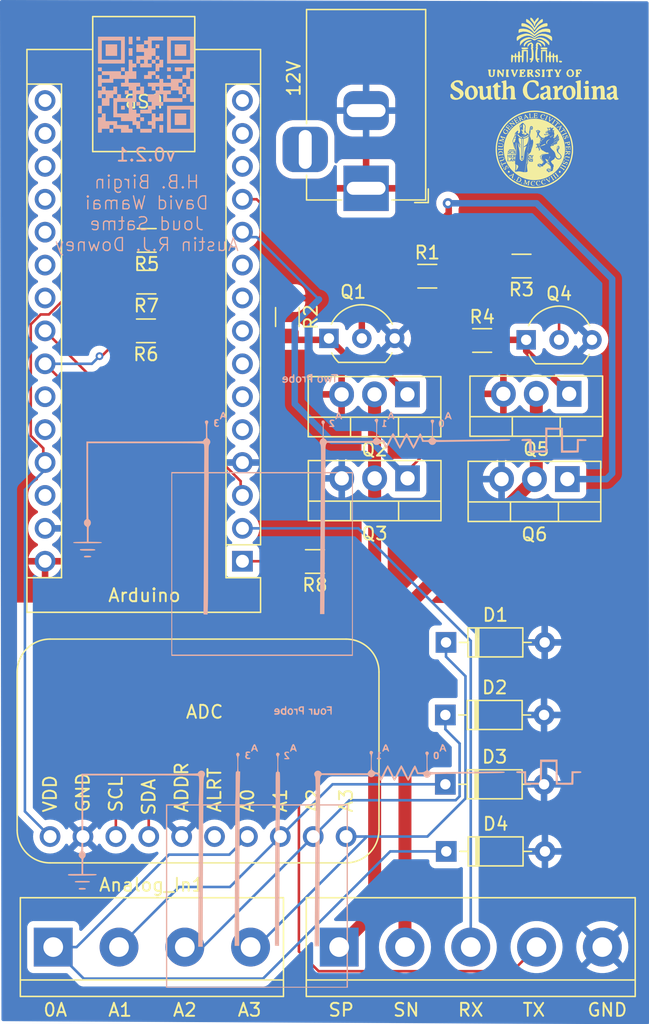
<source format=kicad_pcb>
(kicad_pcb (version 20221018) (generator pcbnew)
  (layers (0 "F.Cu" signal) (31 "B.Cu" signal) (34 "B.Paste" user) (35 "F.Paste" user) (36 "B.SilkS" user "B.Silkscreen") (37 "F.SilkS" user "F.Silkscreen") (38 "B.Mask" user) (39 "F.Mask" user) (44 "Edge.Cuts" user))
  (net 0 "")
  (net 1 "GND")
  (net 2 "VDD")
  (net 3 "AIN3")
  (net 4 "AIN2")
  (net 5 "AIN1")
  (net 6 "AIN0")
  (net 7 "VPP")
  (net 8 "TX")
  (net 9 "SP")
  (net 10 "SN")
  (net 11 "LOGIC2")
  (net 12 "LOGIC1")
  (net 13 "RX")
  (net 14 "Net-(Q1-C)")
  (net 15 "Net-(Q1-B)")
  (net 16 "Net-(Q4-C)")
  (net 17 "Net-(Q4-B)")
  (net 18 "Net-(Biphasic_Out1-Pin_4)")
  (net 39 "Net-(J3-Pin_4)")
  (net 40 "Net-(A1-~{RESET}-Pad3)")
  (net 41 "Net-(A1-SDA{slash}A4)")
  (net 42 "Net-(A1-SCL{slash}A5)")
  (footprint "Diode_THT:D_DO-35_SOD27_P7.62mm_Horizontal" (layer "F.Cu") (at 156.17 112.05)
    (fp_text reference "D1" (at 3.81 -2.12) (layer "F.SilkS"))
    (fp_text value "D_Zener" hide)
    (pad "1" thru_hole rect (at 0 0) (size 1.6 1.6) (drill 0.8) (layers "*.Cu" "*.Mask") (net 3 "AIN3"))
    (pad "2" thru_hole oval (at 7.62 0) (size 1.6 1.6) (drill 0.8) (layers "*.Cu" "*.Mask") (net 1 "GND"))
  )
  (footprint "Diode_THT:D_DO-35_SOD27_P7.62mm_Horizontal" (layer "F.Cu") (at 156.12 117.65)
    (fp_text reference "D2" (at 3.81 -2.12) (layer "F.SilkS"))
    (fp_text value "D_Zener" hide)
    (pad "1" thru_hole rect (at 0 0) (size 1.6 1.6) (drill 0.8) (layers "*.Cu" "*.Mask") (net 4 "AIN2"))
    (pad "2" thru_hole oval (at 7.62 0) (size 1.6 1.6) (drill 0.8) (layers "*.Cu" "*.Mask") (net 1 "GND"))
  )
  (footprint "Diode_THT:D_DO-35_SOD27_P7.62mm_Horizontal" (layer "F.Cu") (at 156.12 123)
    (fp_text reference "D3" (at 3.81 -2.12) (layer "F.SilkS"))
    (fp_text value "D_Zener" hide)
    (pad "1" thru_hole rect (at 0 0) (size 1.6 1.6) (drill 0.8) (layers "*.Cu" "*.Mask") (net 5 "AIN1"))
    (pad "2" thru_hole oval (at 7.62 0) (size 1.6 1.6) (drill 0.8) (layers "*.Cu" "*.Mask") (net 1 "GND"))
  )
  (footprint "Diode_THT:D_DO-35_SOD27_P7.62mm_Horizontal" (layer "F.Cu") (at 156.19 128.18)
    (fp_text reference "D4" (at 3.81 -2.12) (layer "F.SilkS"))
    (fp_text value "D_Zener" hide)
    (pad "1" thru_hole rect (at 0 0) (size 1.6 1.6) (drill 0.8) (layers "*.Cu" "*.Mask") (net 6 "AIN0"))
    (pad "2" thru_hole oval (at 7.62 0) (size 1.6 1.6) (drill 0.8) (layers "*.Cu" "*.Mask") (net 1 "GND"))
  )
  (footprint "Connector_BarrelJack:BarrelJack_Horizontal" (layer "F.Cu") (at 150 77 -90)
    (fp_text reference "J1" hide)
    (fp_text value "Barrel_Jack" hide)
    (pad "1" thru_hole rect (at 0 0 270) (size 3.5 3.5) (drill oval 1 3) (layers "*.Cu" "*.Mask") (net 7 "VPP"))
    (pad "2" thru_hole roundrect (at -6 0 270) (size 3 3.5) (drill oval 1 3) (layers "*.Cu" "*.Mask") (net 1 "GND"))
    (pad "3" thru_hole roundrect (at -3 4.7 270) (size 3.5 3.5) (drill oval 3 1) (layers "*.Cu" "*.Mask"))
  )
  (footprint "Package_TO_SOT_THT:TO-92_Inline_Wide" (layer "F.Cu") (at 147.13 88.585)
    (fp_text reference "Q1" (at 1.87 -3.585) (layer "F.SilkS"))
    (fp_text value "BC549" hide)
    (pad "1" thru_hole rect (at 0 0) (size 1.5 1.5) (drill 0.8) (layers "*.Cu" "*.Mask") (net 14 "Net-(Q1-C)"))
    (pad "2" thru_hole circle (at 2.54 0) (size 1.5 1.5) (drill 0.8) (layers "*.Cu" "*.Mask") (net 15 "Net-(Q1-B)"))
    (pad "3" thru_hole circle (at 5.08 0) (size 1.5 1.5) (drill 0.8) (layers "*.Cu" "*.Mask") (net 1 "GND"))
  )
  (footprint "Package_TO_SOT_THT:TO-220-3_Vertical" (layer "F.Cu") (at 153.19 92.905 180)
    (fp_text reference "Q2" (at 2.54 -4.27) (layer "F.SilkS"))
    (fp_text value "IRF9540N" hide)
    (pad "1" thru_hole rect (at 0 0 180) (size 1.905 2) (drill 1.1) (layers "*.Cu" "*.Mask") (net 14 "Net-(Q1-C)"))
    (pad "2" thru_hole oval (at 2.54 0 180) (size 1.905 2) (drill 1.1) (layers "*.Cu" "*.Mask") (net 9 "SP"))
    (pad "3" thru_hole oval (at 5.08 0 180) (size 1.905 2) (drill 1.1) (layers "*.Cu" "*.Mask") (net 7 "VPP"))
  )
  (footprint "Package_TO_SOT_THT:TO-220-3_Vertical" (layer "F.Cu") (at 153.2 99.385 180)
    (fp_text reference "Q3" (at 2.54 -4.27) (layer "F.SilkS"))
    (fp_text value "IRF540N" hide)
    (pad "1" thru_hole rect (at 0 0 180) (size 1.905 2) (drill 1.1) (layers "*.Cu" "*.Mask") (net 11 "LOGIC2"))
    (pad "2" thru_hole oval (at 2.54 0 180) (size 1.905 2) (drill 1.1) (layers "*.Cu" "*.Mask") (net 9 "SP"))
    (pad "3" thru_hole oval (at 5.08 0 180) (size 1.905 2) (drill 1.1) (layers "*.Cu" "*.Mask") (net 1 "GND"))
  )
  (footprint "Package_TO_SOT_THT:TO-92_Inline_Wide" (layer "F.Cu") (at 162.36 88.695)
    (fp_text reference "Q4" (at 2.54 -3.56) (layer "F.SilkS"))
    (fp_text value "BC549" hide)
    (pad "1" thru_hole rect (at 0 0) (size 1.5 1.5) (drill 0.8) (layers "*.Cu" "*.Mask") (net 16 "Net-(Q4-C)"))
    (pad "2" thru_hole circle (at 2.54 0) (size 1.5 1.5) (drill 0.8) (layers "*.Cu" "*.Mask") (net 17 "Net-(Q4-B)"))
    (pad "3" thru_hole circle (at 5.08 0) (size 1.5 1.5) (drill 0.8) (layers "*.Cu" "*.Mask") (net 1 "GND"))
  )
  (footprint "Package_TO_SOT_THT:TO-220-3_Vertical" (layer "F.Cu") (at 165.68 92.865 180)
    (fp_text reference "Q5" (at 2.54 -4.27) (layer "F.SilkS"))
    (fp_text value "IRF9540N" hide)
    (pad "1" thru_hole rect (at 0 0 180) (size 1.905 2) (drill 1.1) (layers "*.Cu" "*.Mask") (net 16 "Net-(Q4-C)"))
    (pad "2" thru_hole oval (at 2.54 0 180) (size 1.905 2) (drill 1.1) (layers "*.Cu" "*.Mask") (net 10 "SN"))
    (pad "3" thru_hole oval (at 5.08 0 180) (size 1.905 2) (drill 1.1) (layers "*.Cu" "*.Mask") (net 7 "VPP"))
  )
  (footprint "Package_TO_SOT_THT:TO-220-3_Vertical" (layer "F.Cu") (at 165.54 99.445 180)
    (fp_text reference "Q6" (at 2.54 -4.27) (layer "F.SilkS"))
    (fp_text value "IRF540N" hide)
    (pad "1" thru_hole rect (at 0 0 180) (size 1.905 2) (drill 1.1) (layers "*.Cu" "*.Mask") (net 12 "LOGIC1"))
    (pad "2" thru_hole oval (at 2.54 0 180) (size 1.905 2) (drill 1.1) (layers "*.Cu" "*.Mask") (net 10 "SN"))
    (pad "3" thru_hole oval (at 5.08 0 180) (size 1.905 2) (drill 1.1) (layers "*.Cu" "*.Mask") (net 1 "GND"))
  )
  (footprint "Resistor_SMD:R_1206_3216Metric" (layer "F.Cu") (at 154.725 83.785)
    (fp_text reference "R1" (at 0 -1.82) (layer "F.SilkS"))
    (fp_text value "1k")
    (pad "1" smd roundrect (at -1.4625 0) (size 1.125 1.75) (layers "F.Cu" "F.Paste" "F.Mask") (roundrect_rratio 0.222222) (net 15 "Net-(Q1-B)"))
    (pad "2" smd roundrect (at 1.4625 0) (size 1.125 1.75) (layers "F.Cu" "F.Paste" "F.Mask") (roundrect_rratio 0.222222) (net 12 "LOGIC1"))
  )
  (footprint "Resistor_SMD:R_1206_3216Metric" (layer "F.Cu") (at 143.92 86.935 -90)
    (fp_text reference "R2" (at 0 -1.82 -90) (layer "F.SilkS"))
    (fp_text value "10k")
    (pad "1" smd roundrect (at -1.4625 0 270) (size 1.125 1.75) (layers "F.Cu" "F.Paste" "F.Mask") (roundrect_rratio 0.222222) (net 7 "VPP"))
    (pad "2" smd roundrect (at 1.4625 0 270) (size 1.125 1.75) (layers "F.Cu" "F.Paste" "F.Mask") (roundrect_rratio 0.222222) (net 14 "Net-(Q1-C)"))
  )
  (footprint "Resistor_SMD:R_1206_3216Metric" (layer "F.Cu") (at 162 83 180)
    (fp_text reference "R3" (at 0 -1.82) (layer "F.SilkS"))
    (fp_text value "1k")
    (pad "1" smd roundrect (at -1.4625 0 180) (size 1.125 1.75) (layers "F.Cu" "F.Paste" "F.Mask") (roundrect_rratio 0.222222) (net 17 "Net-(Q4-B)"))
    (pad "2" smd roundrect (at 1.4625 0 180) (size 1.125 1.75) (layers "F.Cu" "F.Paste" "F.Mask") (roundrect_rratio 0.222222) (net 11 "LOGIC2"))
  )
  (footprint "Resistor_SMD:R_1206_3216Metric" (layer "F.Cu") (at 158.96 88.745)
    (fp_text reference "R4" (at 0 -1.82) (layer "F.SilkS"))
    (fp_text value "10k")
    (pad "1" smd roundrect (at -1.4625 0) (size 1.125 1.75) (layers "F.Cu" "F.Paste" "F.Mask") (roundrect_rratio 0.222222) (net 7 "VPP"))
    (pad "2" smd roundrect (at 1.4625 0) (size 1.125 1.75) (layers "F.Cu" "F.Paste" "F.Mask") (roundrect_rratio 0.222222) (net 16 "Net-(Q4-C)"))
  )
  (footprint "Resistor_SMD:R_1206_3216Metric" (layer "F.Cu") (at 133.06 81.02 180)
    (fp_text reference "R5" (at 0 -1.82) (layer "F.SilkS"))
    (fp_text value "10k")
    (pad "1" smd roundrect (at -1.4625 0 180) (size 1.125 1.75) (layers "F.Cu" "F.Paste" "F.Mask") (roundrect_rratio 0.222222) (net 2 "VDD"))
    (pad "2" smd roundrect (at 1.4625 0 180) (size 1.125 1.75) (layers "F.Cu" "F.Paste" "F.Mask") (roundrect_rratio 0.222222) (net 40 "Net-(A1-~{RESET}-Pad3)"))
  )
  (footprint "Resistor_SMD:R_1206_3216Metric" (layer "F.Cu") (at 133 88 180)
    (fp_text reference "R6" (at 0 -1.82 180) (layer "F.SilkS"))
    (fp_text value "10k")
    (pad "1" smd roundrect (at -1.4625 0 180) (size 1.125 1.75) (layers "F.Cu" "F.Paste" "F.Mask") (roundrect_rratio 0.222222) (net 2 "VDD"))
    (pad "2" smd roundrect (at 1.4625 0 180) (size 1.125 1.75) (layers "F.Cu" "F.Paste" "F.Mask") (roundrect_rratio 0.222222) (net 42 "Net-(A1-SCL{slash}A5)"))
  )
  (footprint "Resistor_SMD:R_1206_3216Metric" (layer "F.Cu") (at 133.035 84.24 180)
    (fp_text reference "R7" (at 0 -1.82 180) (layer "F.SilkS"))
    (fp_text value "10k")
    (pad "1" smd roundrect (at -1.4625 0 180) (size 1.125 1.75) (layers "F.Cu" "F.Paste" "F.Mask") (roundrect_rratio 0.222222) (net 2 "VDD"))
    (pad "2" smd roundrect (at 1.4625 0 180) (size 1.125 1.75) (layers "F.Cu" "F.Paste" "F.Mask") (roundrect_rratio 0.222222) (net 41 "Net-(A1-SDA{slash}A4)"))
  )
  (footprint "ads1115module:Adafruit_ADS1115" (layer "F.Cu") (at 123.055 129.066)
    (fp_text reference "U3" hide)
    (fp_text value "ADS1115IDGS" hide)
    (fp_text user "SDA" (at 10.16 -5.08 90 unlocked) (layer "F.SilkS"))
    (fp_text user "A1" (at 20.32 -3.81 90 unlocked) (layer "F.SilkS") (effects (justify left)))
    (fp_text user "A2" (at 22.86 -3.81 90 unlocked) (layer "F.SilkS") (effects (justify left)))
    (fp_text user "GND" (at 5.08 -3.81 90 unlocked) (layer "F.SilkS") (effects (justify left)))
    (fp_text user "VDD" (at 2.54 -3.81 90 unlocked) (layer "F.SilkS") (effects (justify left)))
    (fp_text user "SCL" (at 7.62 -3.81 90 unlocked) (layer "F.SilkS") (effects (justify left)))
    (fp_text user "A0" (at 17.78 -3.81 90 unlocked) (layer "F.SilkS") (effects (justify left)))
    (fp_text user "ALRT" (at 15.24 -3.81 90 unlocked) (layer "F.SilkS") (effects (justify left)))
    (fp_text user "A3" (at 25.4 -3.81 90 unlocked) (layer "F.SilkS") (effects (justify left)))
    (fp_text user "ADDR" (at 12.7 -3.81 90 unlocked) (layer "F.SilkS") (effects (justify left)))
    (pad "1" thru_hole circle (at 2.54 -2.032) (size 1.6 1.6) (drill 1) (layers "*.Cu" "*.Mask") (net 2 "VDD"))
    (pad "2" thru_hole circle (at 5.08 -2.032) (size 1.6 1.6) (drill 1) (layers "*.Cu" "*.Mask") (net 1 "GND"))
    (pad "3" thru_hole circle (at 7.62 -2.032) (size 1.6 1.6) (drill 1) (layers "*.Cu" "*.Mask") (net 42 "Net-(A1-SCL{slash}A5)"))
    (pad "4" thru_hole circle (at 10.16 -2.032) (size 1.6 1.6) (drill 1) (layers "*.Cu" "*.Mask") (net 41 "Net-(A1-SDA{slash}A4)"))
    (pad "5" thru_hole circle (at 12.7 -2.032) (size 1.6 1.6) (drill 1) (layers "*.Cu" "*.Mask") (net 1 "GND"))
    (pad "6" thru_hole circle (at 15.24 -2.032) (size 1.6 1.6) (drill 1) (layers "*.Cu" "*.Mask"))
    (pad "7" thru_hole circle (at 17.78 -2.032) (size 1.6 1.6) (drill 1) (layers "*.Cu" "*.Mask") (net 6 "AIN0"))
    (pad "8" thru_hole circle (at 20.32 -2.032) (size 1.6 1.6) (drill 1) (layers "*.Cu" "*.Mask") (net 5 "AIN1"))
    (pad "9" thru_hole circle (at 22.86 -2.032) (size 1.6 1.6) (drill 1) (layers "*.Cu" "*.Mask") (net 4 "AIN2"))
    (pad "10" thru_hole circle (at 25.4 -2.032) (size 1.6 1.6) (drill 1) (layers "*.Cu" "*.Mask") (net 3 "AIN3"))
  )
  (footprint "Resistor_SMD:R_1206_3216Metric" (layer "F.Cu") (at 146.05 105.805 180)
    (fp_text reference "R8" (at 0 -1.82) (layer "F.SilkS"))
    (fp_text value "1k")
    (pad "1" smd roundrect (at -1.4625 0 180) (size 1.125 1.75) (layers "F.Cu" "F.Paste" "F.Mask") (roundrect_rratio 0.222222) (net 18 "Net-(Biphasic_Out1-Pin_4)"))
    (pad "2" smd roundrect (at 1.4625 0 180) (size 1.125 1.75) (layers "F.Cu" "F.Paste" "F.Mask") (roundrect_rratio 0.222222) (net 8 "TX"))
  )
  (footprint "TerminalBlock:TerminalBlock_bornier-5_P5.08mm" (layer "F.Cu") (at 147.92 135.565)
    (fp_text reference "J3" hide)
    (fp_text value "Screw_Terminal_01x05" hide)
    (pad "1" thru_hole rect (at 0 0) (size 3 3) (drill 1.52) (layers "*.Cu" "*.Mask") (net 9 "SP"))
    (pad "2" thru_hole circle (at 5.08 0) (size 3 3) (drill 1.52) (layers "*.Cu" "*.Mask") (net 10 "SN"))
    (pad "3" thru_hole circle (at 10.16 0) (size 3 3) (drill 1.52) (layers "*.Cu" "*.Mask") (net 13 "RX"))
    (pad "4" thru_hole circle (at 15.24 0) (size 3 3) (drill 1.52) (layers "*.Cu" "*.Mask") (net 39 "Net-(J3-Pin_4)"))
    (pad "5" thru_hole circle (at 20.32 0) (size 3 3) (drill 1.52) (layers "*.Cu" "*.Mask") (net 1 "GND"))
  )
  (footprint "uofsc_foots:upg" (layer "F.Cu") (at 163 74)
    (fp_text reference "G3" hide)
    (fp_text value "LOGO" hide)
  )
  (footprint "Module:Arduino_Nano" (layer "F.Cu") (at 140.45 105.785 180)
    (fp_text reference "A1" hide)
    (fp_text value "Arduino_Nano_Every" hide)
    (fp_text user "USB" (at 7.62 35.56 180 unlocked) (layer "F.SilkS"))
    (pad "1" thru_hole rect (at 0 0 180) (size 1.6 1.6) (drill 1) (layers "*.Cu" "*.Mask") (net 8 "TX"))
    (pad "2" thru_hole oval (at 0 2.54 180) (size 1.6 1.6) (drill 1) (layers "*.Cu" "*.Mask") (net 13 "RX"))
    (pad "3" thru_hole oval (at 0 5.08 180) (size 1.6 1.6) (drill 1) (layers "*.Cu" "*.Mask") (net 40 "Net-(A1-~{RESET}-Pad3)"))
    (pad "4" thru_hole oval (at 0 7.62 180) (size 1.6 1.6) (drill 1) (layers "*.Cu" "*.Mask") (net 1 "GND"))
    (pad "5" thru_hole oval (at 0 10.16 180) (size 1.6 1.6) (drill 1) (layers "*.Cu" "*.Mask"))
    (pad "6" thru_hole oval (at 0 12.7 180) (size 1.6 1.6) (drill 1) (layers "*.Cu" "*.Mask"))
    (pad "7" thru_hole oval (at 0 15.24 180) (size 1.6 1.6) (drill 1) (layers "*.Cu" "*.Mask"))
    (pad "8" thru_hole oval (at 0 17.78 180) (size 1.6 1.6) (drill 1) (layers "*.Cu" "*.Mask"))
    (pad "9" thru_hole oval (at 0 20.32 180) (size 1.6 1.6) (drill 1) (layers "*.Cu" "*.Mask"))
    (pad "10" thru_hole oval (at 0 22.86 180) (size 1.6 1.6) (drill 1) (layers "*.Cu" "*.Mask"))
    (pad "11" thru_hole oval (at 0 25.4 180) (size 1.6 1.6) (drill 1) (layers "*.Cu" "*.Mask") (net 11 "LOGIC2"))
    (pad "12" thru_hole oval (at 0 27.94 180) (size 1.6 1.6) (drill 1) (layers "*.Cu" "*.Mask") (net 12 "LOGIC1"))
    (pad "13" thru_hole oval (at 0 30.48 180) (size 1.6 1.6) (drill 1) (layers "*.Cu" "*.Mask"))
    (pad "14" thru_hole oval (at 0 33.02 180) (size 1.6 1.6) (drill 1) (layers "*.Cu" "*.Mask"))
    (pad "15" thru_hole oval (at 0 35.56 180) (size 1.6 1.6) (drill 1) (layers "*.Cu" "*.Mask"))
    (pad "16" thru_hole oval (at 15.24 35.56 180) (size 1.6 1.6) (drill 1) (layers "*.Cu" "*.Mask"))
    (pad "17" thru_hole oval (at 15.24 33.02 180) (size 1.6 1.6) (drill 1) (layers "*.Cu" "*.Mask"))
    (pad "18" thru_hole oval (at 15.24 30.48 180) (size 1.6 1.6) (drill 1) (layers "*.Cu" "*.Mask"))
    (pad "19" thru_hole oval (at 15.24 27.94 180) (size 1.6 1.6) (drill 1) (layers "*.Cu" "*.Mask"))
    (pad "20" thru_hole oval (at 15.24 25.4 180) (size 1.6 1.6) (drill 1) (layers "*.Cu" "*.Mask"))
    (pad "21" thru_hole oval (at 15.24 22.86 180) (size 1.6 1.6) (drill 1) (layers "*.Cu" "*.Mask"))
    (pad "22" thru_hole oval (at 15.24 20.32 180) (size 1.6 1.6) (drill 1) (layers "*.Cu" "*.Mask"))
    (pad "23" thru_hole oval (at 15.24 17.78 180) (size 1.6 1.6) (drill 1) (layers "*.Cu" "*.Mask") (net 41 "Net-(A1-SDA{slash}A4)"))
    (pad "24" thru_hole oval (at 15.24 15.24 180) (size 1.6 1.6) (drill 1) (layers "*.Cu" "*.Mask") (net 42 "Net-(A1-SCL{slash}A5)"))
    (pad "25" thru_hole oval (at 15.24 12.7 180) (size 1.6 1.6) (drill 1) (layers "*.Cu" "*.Mask"))
    (pad "26" thru_hole oval (at 15.24 10.16 180) (size 1.6 1.6) (drill 1) (layers "*.Cu" "*.Mask"))
    (pad "27" thru_hole oval (at 15.24 7.62 180) (size 1.6 1.6) (drill 1) (layers "*.Cu" "*.Mask") (net 2 "VDD"))
    (pad "28" thru_hole oval (at 15.24 5.08 180) (size 1.6 1.6) (drill 1) (layers "*.Cu" "*.Mask"))
    (pad "29" thru_hole oval (at 15.24 2.54 180) (size 1.6 1.6) (drill 1) (layers "*.Cu" "*.Mask") (net 1 "GND"))
    (pad "30" thru_hole oval (at 15.24 0 180) (size 1.6 1.6) (drill 1) (layers "*.Cu" "*.Mask") (net 7 "VPP"))
  )
  (footprint "uofsc_foots:uofsc" (layer "F.Cu") (at 163 67)
    (fp_text reference "G2" hide)
    (fp_text value "LOGO" hide)
  )
  (footprint "TerminalBlock:TerminalBlock_bornier-4_P5.08mm" (layer "F.Cu") (at 125.84 135.565)
    (fp_text reference "Analog_In1" (at 7.6 -4.8) (layer "F.SilkS"))
    (fp_text value "Screw_Terminal_01x04" hide)
    (pad "1" thru_hole rect (at 0 0) (size 3 3) (drill 1.52) (layers "*.Cu" "*.Mask") (net 6 "AIN0"))
    (pad "2" thru_hole circle (at 5.08 0) (size 3 3) (drill 1.52) (layers "*.Cu" "*.Mask") (net 5 "AIN1"))
    (pad "3" thru_hole circle (at 10.16 0) (size 3 3) (drill 1.52) (layers "*.Cu" "*.Mask") (net 4 "AIN2"))
    (pad "4" thru_hole circle (at 15.24 0) (size 3 3) (drill 1.52) (layers "*.Cu" "*.Mask") (net 3 "AIN3"))
  )
  (footprint "uofsc_foots:schematic" (layer "B.Cu") (at 147 115 180)
    (fp_text reference "G5" hide)
    (fp_text value "LOGO" hide)
  )
  (footprint "uofsc_foots:github" (layer "B.Cu") (at 133 69 180)
    (fp_text reference "G7" hide)
    (fp_text value "LOGO" hide)
  )
  (gr_text "H.B. Birgin\nDavid Wamai\nJoud Satme\nAustin R.J. Downey" (at 133.06 81.93) (layer "B.SilkS") (effects (font (size 1 1) (thickness 0.1)) (justify bottom mirror)))
  (gr_text "v0.2.1" (at 133 75) (layer "B.SilkS") (effects (font (size 1 1)) (justify bottom mirror)))
  (gr_text "Arduino" (at 130 109) (layer "F.SilkS") (effects (font (size 1 1)) (justify left bottom)))
  (gr_text "A2" (at 135 141) (layer "F.SilkS") (effects (font (size 1 1)) (justify left bottom)))
  (gr_text "A0" (at 127 141) (layer "F.SilkS") (effects (font (size 1 1)) (justify left bottom mirror)))
  (gr_text "A1" (at 130 141) (layer "F.SilkS") (effects (font (size 1 1)) (justify left bottom)))
  (gr_text "ADC" (at 136 118) (layer "F.SilkS") (effects (font (size 1 1)) (justify left bottom)))
  (gr_text "TX" (at 162 141) (layer "F.SilkS") (effects (font (size 1 1)) (justify left bottom)))
  (gr_text "12V" (at 145 70 90) (layer "F.SilkS") (effects (font (size 1 1)) (justify left bottom)))
  (gr_text "A3" (at 140 141) (layer "F.SilkS") (effects (font (size 1 1)) (justify left bottom)))
  (gr_text "RX" (at 157 141) (layer "F.SilkS") (effects (font (size 1 1)) (justify left bottom)))
  (gr_text "GND" (at 167 141) (layer "F.SilkS") (effects (font (size 1 1)) (justify left bottom)))
  (gr_text "SN" (at 152 141) (layer "F.SilkS") (effects (font (size 1 1)) (justify left bottom)))
  (gr_text "SP" (at 147 141) (layer "F.SilkS") (effects (font (size 1 1)) (justify left bottom)))
  (segment (start 134.5221 81.0204) (end 134.5225 81.02) (width 0.2) (layer "F.Cu") (net 2))
  (segment (start 134.462 88) (end 134.462 84.275) (width 0.2) (layer "F.Cu") (net 2))
  (segment (start 134.462 84.275) (end 134.48 84.2575) (width 0.2) (layer "F.Cu") (net 2))
  (segment (start 130.351 81.8929) (end 125.509 86.735) (width 0.2) (layer "F.Cu") (net 2))
  (segment (start 124.871 86.735) (end 124.104 87.5015) (width 0.2) (layer "F.Cu") (net 2))
  (segment (start 134.522 81.0238) (end 134.522 81.0233) (width 0.2) (layer "F.Cu") (net 2))
  (segment (start 134.522 81.0204) (end 134.522 81.02) (width 0.2) (layer "F.Cu") (net 2))
  (segment (start 134.498 83.024) (end 134.522 82.999) (width 0.2) (layer "F.Cu") (net 2))
  (segment (start 134.522 81.0208) (end 134.522 81.0204) (width 0.2) (layer "F.Cu") (net 2))
  (segment (start 134.522 81.0216) (end 134.522 81.0208) (width 0.2) (layer "F.Cu") (net 2))
  (segment (start 134.522 81.0204) (end 134.522 81.02) (width 0.2) (layer "F.Cu") (net 2))
  (segment (start 124.104 87.5015) (end 124.104 96.0952) (width 0.2) (layer "F.Cu") (net 2))
  (segment (start 134.48 84.2575) (end 134.497 84.2402) (width 0.2) (layer "F.Cu") (net 2))
  (segment (start 125.072 97.0631) (end 125.072 98.027) (width 0.2) (layer "F.Cu") (net 2))
  (segment (start 134.498 84.24) (end 134.498 84.2402) (width 0.2) (layer "F.Cu") (net 2))
  (segment (start 134.522 81.0204) (end 134.5221 81.0204) (width 0.2) (layer "F.Cu") (net 2))
  (segment (start 134.522 81.0238) (end 134.522 81.0233) (width 0.2) (layer "F.Cu") (net 2))
  (segment (start 134.522 82.999) (end 134.522 81.0238) (width 0.2) (layer "F.Cu") (net 2))
  (segment (start 133.293 79.7905) (end 131.043 79.7905) (width 0.2) (layer "F.Cu") (net 2))
  (segment (start 125.072 98.027) (end 125.21 98.165) (width 0.2) (layer "F.Cu") (net 2))
  (segment (start 134.4975 84.2402) (end 134.4975 84.24) (width 0.2) (layer "F.Cu") (net 2))
  (segment (start 134.522 81.0216) (end 134.522 81.0208) (width 0.2) (layer "F.Cu") (net 2))
  (segment (start 134.498 84.24) (end 134.498 83.024) (width 0.2) (layer "F.Cu") (net 2))
  (segment (start 134.4975 84.2402) (end 134.498 84.2402) (width 0.2) (layer "F.Cu") (net 2))
  (segment (start 131.043 79.7905) (end 130.351 80.4831) (width 0.2) (layer "F.Cu") (net 2))
  (segment (start 134.498 84.2402) (end 134.498 84.24) (width 0.2) (layer "F.Cu") (net 2))
  (segment (start 130.351 80.4831) (end 130.351 81.8929) (width 0.2) (layer "F.Cu") (net 2))
  (segment (start 134.522 81.0208) (end 134.522 81.0204) (width 0.2) (layer "F.Cu") (net 2))
  (segment (start 134.4625 88) (end 134.462 88) (width 0.2) (layer "F.Cu") (net 2))
  (segment (start 134.522 81.02) (end 133.293 79.7905) (width 0.2) (layer "F.Cu") (net 2))
  (segment (start 134.497 84.2402) (end 134.4975 84.2402) (width 0.2) (layer "F.Cu") (net 2))
  (segment (start 134.522 81.0233) (end 134.522 81.0216) (width 0.2) (layer "F.Cu") (net 2))
  (segment (start 125.509 86.735) (end 124.871 86.735) (width 0.2) (layer "F.Cu") (net 2))
  (segment (start 134.498 84.2402) (end 134.498 84.24) (width 0.2) (layer "F.Cu") (net 2))
  (segment (start 124.104 96.0952) (end 125.072 97.0631) (width 0.2) (layer "F.Cu") (net 2))
  (segment (start 134.522 81.0233) (end 134.522 81.0216) (width 0.2) (layer "F.Cu") (net 2))
  (segment (start 125.21 98.165) (end 125.21 98.7159) (width 0.2) (layer "B.Cu") (net 2))
  (segment (start 123.654 100.272) (end 123.654 125.093) (width 0.2) (layer "B.Cu") (net 2))
  (segment (start 123.654 125.093) (end 125.595 127.034) (width 0.2) (layer "B.Cu") (net 2))
  (segment (start 125.21 98.7159) (end 123.654 100.272) (width 0.2) (layer "B.Cu") (net 2))
  (segment (start 148.455 127.034) (end 149.9677 127.034) (width 0.2) (layer "B.Cu") (net 3))
  (segment (start 141.5312 135.565) (end 141.08 135.565) (width 0.2) (layer "B.Cu") (net 3))
  (segment (start 156.17 113.152) (end 156.17 112.05) (width 0.2) (layer "B.Cu") (net 3))
  (segment (start 149.9677 127.034) (end 149.9677 127.1285) (width 0.2) (layer "B.Cu") (net 3))
  (segment (start 154.733 127.034) (end 157.671 124.097) (width 0.2) (layer "B.Cu") (net 3))
  (segment (start 157.671 114.653) (end 156.17 113.152) (width 0.2) (layer "B.Cu") (net 3))
  (segment (start 149.9677 127.1285) (end 141.5312 135.565) (width 0.2) (layer "B.Cu") (net 3))
  (segment (start 157.671 124.097) (end 157.671 114.653) (width 0.2) (layer "B.Cu") (net 3))
  (segment (start 149.9677 127.034) (end 154.733 127.034) (width 0.2) (layer "B.Cu") (net 3))
  (segment (start 156.12 118.752) (end 157.222 119.854) (width 0.2) (layer "B.Cu") (net 4))
  (segment (start 148.718 124.231) (end 145.915 127.034) (width 0.2) (layer "B.Cu") (net 4))
  (segment (start 157.222 123.925) (end 156.916 124.231) (width 0.2) (layer "B.Cu") (net 4))
  (segment (start 156.12 117.65) (end 156.12 118.752) (width 0.2) (layer "B.Cu") (net 4))
  (segment (start 156.916 124.231) (end 148.718 124.231) (width 0.2) (layer "B.Cu") (net 4))
  (segment (start 145.915 127.034) (end 137.384 135.565) (width 0.2) (layer "B.Cu") (net 4))
  (segment (start 157.222 119.854) (end 157.222 123.925) (width 0.2) (layer "B.Cu") (net 4))
  (segment (start 137.384 135.565) (end 136 135.565) (width 0.2) (layer "B.Cu") (net 4))
  (segment (start 143.375 127.034) (end 139.482 130.927) (width 0.2) (layer "B.Cu") (net 5))
  (segment (start 147.409 123) (end 143.375 127.034) (width 0.2) (layer "B.Cu") (net 5))
  (segment (start 156.12 123) (end 147.409 123) (width 0.2) (layer "B.Cu") (net 5))
  (segment (start 135.558 130.927) (end 130.92 135.565) (width 0.2) (layer "B.Cu") (net 5))
  (segment (start 139.482 130.927) (end 135.558 130.927) (width 0.2) (layer "B.Cu") (net 5))
  (segment (start 141 127.199) (end 140.835 127.034) (width 0.2) (layer "F.Cu") (net 6))
  (segment (start 142.0416 138) (end 151.8616 128.18) (width 0.2) (layer "B.Cu") (net 6))
  (segment (start 125.84 135.645) (end 125.84 135.565) (width 0.2) (layer "B.Cu") (net 6))
  (segment (start 139.4372 128.4318) (end 134.7751 128.4318) (width 0.2) (layer "B.Cu") (net 6))
  (segment (start 125.84 135.645) (end 128.195 138) (width 0.2) (layer "B.Cu") (net 6))
  (segment (start 151.8616 128.18) (end 156.19 128.18) (width 0.2) (layer "B.Cu") (net 6))
  (segment (start 134.7751 128.4318) (end 127.6419 135.565) (width 0.2) (layer "B.Cu") (net 6))
  (segment (start 128.195 138) (end 142.0416 138) (width 0.2) (layer "B.Cu") (net 6))
  (segment (start 125.84 135.565) (end 127.6419 135.565) (width 0.2) (layer "B.Cu") (net 6))
  (segment (start 125.76 135.565) (end 125.84 135.645) (width 0.2) (layer "B.Cu") (net 6))
  (segment (start 140.835 127.034) (end 139.4372 128.4318) (width 0.2) (layer "B.Cu") (net 6))
  (segment (start 144.588 105.8045) (end 144.588 105.805) (width 0.2) (layer "F.Cu") (net 8))
  (segment (start 144.573 105.79) (end 144.578 105.794) (width 0.2) (layer "F.Cu") (net 8))
  (segment (start 144.573 105.79) (end 144.588 105.804) (width 0.2) (layer "F.Cu") (net 8))
  (segment (start 144.588 105.804) (end 144.588 105.8045) (width 0.2) (layer "F.Cu") (net 8))
  (segment (start 140.45 105.785) (end 144.568 105.785) (width 0.2) (layer "F.Cu") (net 8))
  (segment (start 144.568 105.785) (end 144.573 105.79) (width 0.2) (layer "F.Cu") (net 8))
  (segment (start 144.588 105.8045) (end 144.5875 105.805) (width 0.2) (layer "F.Cu") (net 8))
  (segment (start 150.65 98.0325) (end 150.65 99.375) (width 1) (layer "F.Cu") (net 9))
  (segment (start 150.65 96.69) (end 150.65 98.0325) (width 1) (layer "F.Cu") (net 9))
  (segment (start 150.65 92.905) (end 150.65 96.69) (width 1) (layer "F.Cu") (net 9))
  (segment (start 150.66 132.825) (end 147.92 135.565) (width 1) (layer "F.Cu") (net 9))
  (segment (start 150.66 99.385) (end 150.66 132.825) (width 1) (layer "F.Cu") (net 9))
  (segment (start 150.65 98.0325) (end 150.66 98.0425) (width 0.2) (layer "F.Cu") (net 9))
  (segment (start 150.65 96.69) (end 150.66 96.7) (width 0.2) (layer "F.Cu") (net 9))
  (segment (start 150.66 98.0425) (end 150.66 99.385) (width 0.2) (layer "F.Cu") (net 9))
  (segment (start 163.14 96.085) (end 163.14 99.305) (width 1) (layer "F.Cu") (net 10))
  (segment (start 163.14 92.865) (end 163.14 96.085) (width 1) (layer "F.Cu") (net 10))
  (segment (start 163 96.225) (end 163 99.445) (width 0.2) (layer "F.Cu") (net 10))
  (segment (start 163 99.445) (end 153 109.445) (width 1) (layer "F.Cu") (net 10))
  (segment (start 153 109.445) (end 153 135.565) (width 1) (layer "F.Cu") (net 10))
  (segment (start 163.14 96.085) (end 163 96.225) (width 0.2) (layer "F.Cu") (net 10))
  (segment (start 159.862 83.6759) (end 160.5375 83.0004) (width 0.2) (layer "F.Cu") (net 11))
  (segment (start 153.2 98.8) (end 156 96) (width 0.2) (layer "F.Cu") (net 11))
  (segment (start 156 87.5378) (end 159.186 84.3518) (width 0.2) (layer "F.Cu") (net 11))
  (segment (start 160.5375 83.0004) (end 160.5375 83) (width 0.2) (layer "F.Cu") (net 11))
  (segment (start 159.186 84.3518) (end 159.862 83.6759) (width 0.2) (layer "F.Cu") (net 11))
  (segment (start 160.538 83) (end 160.538 83.0003) (width 0.2) (layer "F.Cu") (net 11))
  (segment (start 160.538 83.0003) (end 159.186 84.3518) (width 0.2) (layer "F.Cu") (net 11))
  (segment (start 159.862 83.6759) (end 160.538 83) (width 0.2) (layer "F.Cu") (net 11))
  (segment (start 156 96) (end 156 87.5378) (width 0.2) (layer "F.Cu") (net 11))
  (segment (start 153.2 99.385) (end 153.2 98.8) (width 0.2) (layer "F.Cu") (net 11))
  (segment (start 140.45 80.385) (end 140.832 80.7669) (width 0.2) (layer "B.Cu") (net 11))
  (segment (start 144.49 93.635) (end 144.49 87.445) (width 0.5) (layer "B.Cu") (net 11))
  (segment (start 150.33 96.495) (end 147.35 96.495) (width 0.5) (layer "B.Cu") (net 11))
  (segment (start 141.552 80.7669) (end 146.36 85.575) (width 0.2) (layer "B.Cu") (net 11))
  (segment (start 153.2 99.385) (end 151.75 97.935) (width 0.5) (layer "B.Cu") (net 11))
  (segment (start 151.75 97.915) (end 150.33 96.495) (width 0.5) (layer "B.Cu") (net 11))
  (segment (start 151.75 97.935) (end 151.75 97.915) (width 0.5) (layer "B.Cu") (net 11))
  (segment (start 147.35 96.495) (end 144.49 93.635) (width 0.5) (layer "B.Cu") (net 11))
  (segment (start 144.49 87.445) (end 145.471 86.4642) (width 0.5) (layer "B.Cu") (net 11))
  (segment (start 145.471 86.4642) (end 146.36 85.575) (width 0.5) (layer "B.Cu") (net 11))
  (segment (start 140.832 80.7669) (end 141.552 80.7669) (width 0.2) (layer "B.Cu") (net 11))
  (segment (start 156.188 83.7368) (end 156.188 83.7609) (width 0.2) (layer "F.Cu") (net 12))
  (segment (start 156.32 78.155) (end 156.38 78.215) (width 0.5) (layer "F.Cu") (net 12))
  (segment (start 156.188 83.6887) (end 156.188 83.7127) (width 0.2) (layer "F.Cu") (net 12))
  (segment (start 156.188 83.7132) (end 156.188 83.7368) (width 0.2) (layer "F.Cu") (net 12))
  (segment (start 156.188 83.7132) (end 156.188 83.7368) (width 0.2) (layer "F.Cu") (net 12))
  (segment (start 156.188 83.6411) (end 156.188 83.6887) (width 0.2) (layer "F.Cu") (net 12))
  (segment (start 156.188 83.7127) (end 156.188 83.7132) (width 0.2) (layer "F.Cu") (net 12))
  (segment (start 156.1875 83.7614) (end 156.1875 83.785) (width 0.2) (layer "F.Cu") (net 12))
  (segment (start 155.036 80.0681) (end 156.38 78.7243) (width 0.2) (layer "F.Cu") (net 12))
  (segment (start 143.775 80.0681) (end 155.036 80.0681) (width 0.2) (layer "F.Cu") (net 12))
  (segment (start 141.552 77.845) (end 143.775 80.0681) (width 0.2) (layer "F.Cu") (net 12))
  (segment (start 155.965 83.37) (end 156.188 83.5925) (width 0.2) (layer "F.Cu") (net 12))
  (segment (start 156.188 83.7609) (end 156.188 83.785) (width 0.2) (layer "F.Cu") (net 12))
  (segment (start 156.188 83.6406) (end 156.188 83.6411) (width 0.2) (layer "F.Cu") (net 12))
  (segment (start 156.38 82.955) (end 155.965 83.37) (width 0.5) (layer "F.Cu") (net 12))
  (segment (start 156.188 83.7127) (end 156.188 83.7132) (width 0.2) (layer "F.Cu") (net 12))
  (segment (start 156.188 83.7609) (end 156.1875 83.7614) (width 0.2) (layer "F.Cu") (net 12))
  (segment (start 140.45 77.845) (end 141.552 77.845) (width 0.2) (layer "F.Cu") (net 12))
  (segment (start 156.188 83.6406) (end 156.188 83.6411) (width 0.2) (layer "F.Cu") (net 12))
  (segment (start 156.188 83.5925) (end 156.188 83.6406) (width 0.2) (layer "F.Cu") (net 12))
  (segment (start 156.38 78.7243) (end 156.38 82.955) (width 0.5) (layer "F.Cu") (net 12))
  (segment (start 156.38 78.215) (end 156.38 78.7243) (width 0.5) (layer "F.Cu") (net 12))
  (segment (start 156.188 83.6411) (end 156.188 83.6887) (width 0.2) (layer "F.Cu") (net 12))
  (via (at 156.32 78.155) (size 0.8) (drill 0.4) (layers "F.Cu" "B.Cu") (net 12))
  (segment (start 169 99.005) (end 169 84) (width 0.5) (layer "B.Cu") (net 12))
  (segment (start 165.54 99.445) (end 168.56 99.445) (width 0.5) (layer "B.Cu") (net 12))
  (segment (start 168.56 99.445) (end 169 99.005) (width 0.5) (layer "B.Cu") (net 12))
  (segment (start 163.155 78.155) (end 156.32 78.155) (width 0.5) (layer "B.Cu") (net 12))
  (segment (start 169 84) (end 163.155 78.155) (width 0.5) (layer "B.Cu") (net 12))
  (segment (start 140.45 103.245) (end 149.398 103.245) (width 0.2) (layer "B.Cu") (net 13))
  (segment (start 158.08 111.927) (end 158.08 135.565) (width 0.2) (layer "B.Cu") (net 13))
  (segment (start 149.398 103.245) (end 158.08 111.927) (width 0.2) (layer "B.Cu") (net 13))
  (segment (start 151.86 91.575) (end 153.19 92.905) (width 0.5) (layer "F.Cu") (net 14))
  (segment (start 151.86 90.735) (end 151.86 91.575) (width 0.5) (layer "F.Cu") (net 14))
  (segment (start 147.13 88.585) (end 149.28 90.735) (width 0.5) (layer "F.Cu") (net 14))
  (segment (start 144.45 88.695) (end 144.218 88.695) (width 0.2) (layer "F.Cu") (net 14))
  (segment (start 144.45 88.695) (end 147.02 88.695) (width 0.5) (layer "F.Cu") (net 14))
  (segment (start 147.02 88.695) (end 147.13 88.585) (width 0.2) (layer "F.Cu") (net 14))
  (segment (start 149.28 90.735) (end 151.86 90.735) (width 0.5) (layer "F.Cu") (net 14))
  (segment (start 144.218 88.695) (end 143.92 88.3975) (width 0.2) (layer "F.Cu") (net 14))
  (segment (start 149.67 88.585) (end 149.67 86.205) (width 0.5) (layer "F.Cu") (net 15))
  (segment (start 152.09 83.785) (end 153.262 83.785) (width 0.5) (layer "F.Cu") (net 15))
  (segment (start 153.262 83.785) (end 153.2625 83.785) (width 0.2) (layer "F.Cu") (net 15))
  (segment (start 149.67 86.205) (end 152.09 83.785) (width 0.5) (layer "F.Cu") (net 15))
  (segment (start 160.422 88.7445) (end 160.422 88.7446) (width 0.2) (layer "F.Cu") (net 16))
  (segment (start 160.422 88.7446) (end 160.422 88.7447) (width 0.2) (layer "F.Cu") (net 16))
  (segment (start 160.4223 88.7448) (end 160.4225 88.745) (width 0.2) (layer "F.Cu") (net 16))
  (segment (start 162.36 89.545) (end 165.68 92.865) (width 0.5) (layer "F.Cu") (net 16))
  (segment (start 162.36 88.695) (end 160.472 88.695) (width 0.5) (layer "F.Cu") (net 16))
  (segment (start 162.36 88.695) (end 162.36 89.545) (width 0.5) (layer "F.Cu") (net 16))
  (segment (start 160.472 88.695) (end 160.422 88.7445) (width 0.2) (layer "F.Cu") (net 16))
  (segment (start 160.422 88.7446) (end 160.422 88.7447) (width 0.2) (layer "F.Cu") (net 16))
  (segment (start 160.422 88.7447) (end 160.422 88.7448) (width 0.2) (layer "F.Cu") (net 16))
  (segment (start 160.422 88.7448) (end 160.4223 88.7448) (width 0.2) (layer "F.Cu") (net 16))
  (segment (start 160.422 88.7448) (end 160.422 88.745) (width 0.2) (layer "F.Cu") (net 16))
  (segment (start 164.9 88.695) (end 164.9 84.4375) (width 0.2) (layer "F.Cu") (net 17))
  (segment (start 163.4625 83) (end 163.4622 83.0003) (width 0.2) (layer "F.Cu") (net 17))
  (segment (start 163.4622 83.0003) (end 163.4622 83.0004) (width 0.2) (layer "F.Cu") (net 17))
  (segment (start 163.4622 83.0004) (end 163.462 83.0002) (width 0.2) (layer "F.Cu") (net 17))
  (segment (start 164.9 84.4375) (end 163.4622 83.0004) (width 0.2) (layer "F.Cu") (net 17))
  (segment (start 161.296 137.429) (end 163.16 135.565) (width 0.2) (layer "F.Cu") (net 39))
  (segment (start 144.811 108.506) (end 144.811 135.906) (width 0.2) (layer "F.Cu") (net 39))
  (segment (start 144.811 135.906) (end 146.334 137.429) (width 0.2) (layer "F.Cu") (net 39))
  (segment (start 147.512 105.805) (end 144.811 108.506) (width 0.2) (layer "F.Cu") (net 39))
  (segment (start 146.334 137.429) (end 161.296 137.429) (width 0.2) (layer "F.Cu") (net 39))
  (segment (start 140.312 100.567) (end 140.312 99.6031) (width 0.2) (layer "F.Cu") (net 40))
  (segment (start 131.598 81.02) (end 131.5975 81.02) (width 0.2) (layer "F.Cu") (net 40))
  (segment (start 140.312 99.6031) (end 133.035 92.3258) (width 0.2) (layer "F.Cu") (net 40))
  (segment (start 131.598 81.0201) (end 131.598 81.02) (width 0.2) (layer "F.Cu") (net 40))
  (segment (start 132.676 82.0981) (end 132.316 81.7387) (width 0.2) (layer "F.Cu") (net 40))
  (segment (start 133.035 92.3258) (end 133.035 82.4575) (width 0.2) (layer "F.Cu") (net 40))
  (segment (start 133.035 82.4575) (end 132.676 82.0981) (width 0.2) (layer "F.Cu") (net 40))
  (segment (start 132.676 82.0981) (end 131.598 81.0201) (width 0.2) (layer "F.Cu") (net 40))
  (segment (start 140.45 100.705) (end 140.312 100.567) (width 0.2) (layer "F.Cu") (net 40))
  (segment (start 133.215 127.034) (end 133.215 96.01) (width 0.2) (layer "F.Cu") (net 41))
  (segment (start 126.305 89.1) (end 125.21 88.005) (width 0.2) (layer "F.Cu") (net 41))
  (segment (start 131.572 84.24) (end 131.165 84.24) (width 0.2) (layer "F.Cu") (net 41))
  (segment (start 131.572 84.24) (end 131.5725 84.24) (width 0.2) (layer "F.Cu") (net 41))
  (segment (start 133.215 96.01) (end 126.305 89.1) (width 0.2) (layer "F.Cu") (net 41))
  (segment (start 131.165 84.24) (end 126.305 89.1) (width 0.2) (layer "F.Cu") (net 41))
  (segment (start 131.538 88) (end 131.416 88.1223) (width 0.2) (layer "F.Cu") (net 42))
  (segment (start 130.675 127.034) (end 130.675 95.675) (width 0.2) (layer "F.Cu") (net 42))
  (segment (start 129.413 89.9568) (end 129.581 89.9568) (width 0.2) (layer "F.Cu") (net 42))
  (segment (start 131.5375 88.0008) (end 131.5375 88) (width 0.2) (layer "F.Cu") (net 42))
  (segment (start 130 95) (end 129.665 95) (width 0.2) (layer "F.Cu") (net 42))
  (segment (start 131.538 88.0006) (end 131.538 88.0004) (width 0.2) (layer "F.Cu") (net 42))
  (segment (start 131.049 88.4892) (end 130.56 88.9784) (width 0.2) (layer "F.Cu") (net 42))
  (segment (start 131.294 88.2446) (end 131.538 88.0006) (width 0.2) (layer "F.Cu") (net 42))
  (segment (start 130.56 88.9784) (end 131.538 88.0004) (width 0.2) (layer "F.Cu") (net 42))
  (segment (start 131.538 88.0007) (end 131.538 88.0006) (width 0.2) (layer "F.Cu") (net 42))
  (segment (start 131.538 88.0004) (end 131.538 88) (width 0.2) (layer "F.Cu") (net 42))
  (segment (start 131.538 88.0004) (end 131.538 88) (width 0.2) (layer "F.Cu") (net 42))
  (segment (start 129.665 95) (end 125.21 90.545) (width 0.2) (layer "F.Cu") (net 42))
  (segment (start 131.416 88.1223) (end 131.5375 88.0008) (width 0.2) (layer "F.Cu") (net 42))
  (segment (start 131.538 88.0004) (end 131.538 88) (width 0.2) (layer "F.Cu") (net 42))
  (segment (start 131.049 88.4892) (end 131.538 88.0007) (width 0.2) (layer "F.Cu") (net 42))
  (segment (start 131.538 88.0006) (end 131.538 88.0004) (width 0.2) (layer "F.Cu") (net 42))
  (segment (start 131.294 88.2446) (end 131.049 88.4892) (width 0.2) (layer "F.Cu") (net 42))
  (segment (start 129.581 89.9568) (end 130.56 88.9784) (width 0.2) (layer "F.Cu") (net 42))
  (segment (start 131.416 88.1223) (end 131.294 88.2446) (width 0.2) (layer "F.Cu") (net 42))
  (segment (start 130.675 95.675) (end 130 95) (width 0.2) (layer "F.Cu") (net 42))
  (via (at 129.413 89.9568) (size 0.6) (drill 0.3) (layers "F.Cu" "B.Cu") (net 42))
  (segment (start 128.825 90.545) (end 129.413 89.9568) (width 0.2) (layer "B.Cu") (net 42))
  (segment (start 125.21 90.545) (end 128.825 90.545) (width 0.2) (layer "B.Cu") (net 42))
  (zone (net 7) (net_name "VPP") (layer "F.Cu") (connect_pads (clearance 0.508)) (min_thickness 0.254) (fill yes (thermal_gap 0.508) (thermal_bridge_width 0.508))
    (polygon (pts (xy 170.696517 109.018083) (xy 122.463484 108.971917) (xy 122.833034 63.121167) (xy 170.78 63.115)))
  )
  (zone (net 1) (net_name "GND") (layer "B.Cu") (connect_pads (clearance 0.508)) (min_thickness 0.254) (fill yes (thermal_gap 0.508) (thermal_bridge_width 0.508))
    (polygon (pts (xy 171.856094 141.527032) (xy 121.843906 141.282969) (xy 121.73 62.465) (xy 171.81 62.565)))
  )
)
</source>
